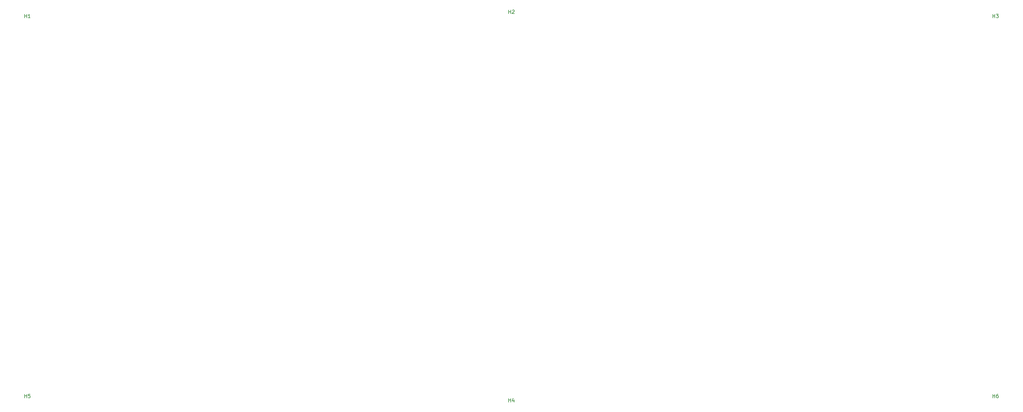
<source format=gto>
G04 #@! TF.GenerationSoftware,KiCad,Pcbnew,(5.1.5)-3*
G04 #@! TF.CreationDate,2020-02-27T09:23:47-08:00*
G04 #@! TF.ProjectId,Mounting_PCB,4d6f756e-7469-46e6-975f-5043422e6b69,rev?*
G04 #@! TF.SameCoordinates,Original*
G04 #@! TF.FileFunction,Legend,Top*
G04 #@! TF.FilePolarity,Positive*
%FSLAX46Y46*%
G04 Gerber Fmt 4.6, Leading zero omitted, Abs format (unit mm)*
G04 Created by KiCad (PCBNEW (5.1.5)-3) date 2020-02-27 09:23:47*
%MOMM*%
%LPD*%
G04 APERTURE LIST*
%ADD10C,0.150000*%
G04 APERTURE END LIST*
D10*
X355921472Y-204901908D02*
X355921472Y-203901908D01*
X355921472Y-204378099D02*
X356492900Y-204378099D01*
X356492900Y-204901908D02*
X356492900Y-203901908D01*
X357397662Y-203901908D02*
X357207186Y-203901908D01*
X357111948Y-203949528D01*
X357064329Y-203997147D01*
X356969091Y-204140004D01*
X356921472Y-204330480D01*
X356921472Y-204711432D01*
X356969091Y-204806670D01*
X357016710Y-204854289D01*
X357111948Y-204901908D01*
X357302424Y-204901908D01*
X357397662Y-204854289D01*
X357445281Y-204806670D01*
X357492900Y-204711432D01*
X357492900Y-204473337D01*
X357445281Y-204378099D01*
X357397662Y-204330480D01*
X357302424Y-204282861D01*
X357111948Y-204282861D01*
X357016710Y-204330480D01*
X356969091Y-204378099D01*
X356921472Y-204473337D01*
X83564718Y-204901908D02*
X83564718Y-203901908D01*
X83564718Y-204378099D02*
X84136146Y-204378099D01*
X84136146Y-204901908D02*
X84136146Y-203901908D01*
X85088527Y-203901908D02*
X84612337Y-203901908D01*
X84564718Y-204378099D01*
X84612337Y-204330480D01*
X84707575Y-204282861D01*
X84945670Y-204282861D01*
X85040908Y-204330480D01*
X85088527Y-204378099D01*
X85136146Y-204473337D01*
X85136146Y-204711432D01*
X85088527Y-204806670D01*
X85040908Y-204854289D01*
X84945670Y-204901908D01*
X84707575Y-204901908D01*
X84612337Y-204854289D01*
X84564718Y-204806670D01*
X219743095Y-206073480D02*
X219743095Y-205073480D01*
X219743095Y-205549671D02*
X220314523Y-205549671D01*
X220314523Y-206073480D02*
X220314523Y-205073480D01*
X221219285Y-205406814D02*
X221219285Y-206073480D01*
X220981190Y-205025861D02*
X220743095Y-205740147D01*
X221362142Y-205740147D01*
X355921472Y-97994953D02*
X355921472Y-96994953D01*
X355921472Y-97471144D02*
X356492900Y-97471144D01*
X356492900Y-97994953D02*
X356492900Y-96994953D01*
X356873853Y-96994953D02*
X357492900Y-96994953D01*
X357159567Y-97375906D01*
X357302424Y-97375906D01*
X357397662Y-97423525D01*
X357445281Y-97471144D01*
X357492900Y-97566382D01*
X357492900Y-97804477D01*
X357445281Y-97899715D01*
X357397662Y-97947334D01*
X357302424Y-97994953D01*
X357016710Y-97994953D01*
X356921472Y-97947334D01*
X356873853Y-97899715D01*
X219743095Y-96823380D02*
X219743095Y-95823380D01*
X219743095Y-96299571D02*
X220314523Y-96299571D01*
X220314523Y-96823380D02*
X220314523Y-95823380D01*
X220743095Y-95918619D02*
X220790714Y-95871000D01*
X220885952Y-95823380D01*
X221124047Y-95823380D01*
X221219285Y-95871000D01*
X221266904Y-95918619D01*
X221314523Y-96013857D01*
X221314523Y-96109095D01*
X221266904Y-96251952D01*
X220695476Y-96823380D01*
X221314523Y-96823380D01*
X83564718Y-97994953D02*
X83564718Y-96994953D01*
X83564718Y-97471144D02*
X84136146Y-97471144D01*
X84136146Y-97994953D02*
X84136146Y-96994953D01*
X85136146Y-97994953D02*
X84564718Y-97994953D01*
X84850432Y-97994953D02*
X84850432Y-96994953D01*
X84755194Y-97137811D01*
X84659956Y-97233049D01*
X84564718Y-97280668D01*
M02*

</source>
